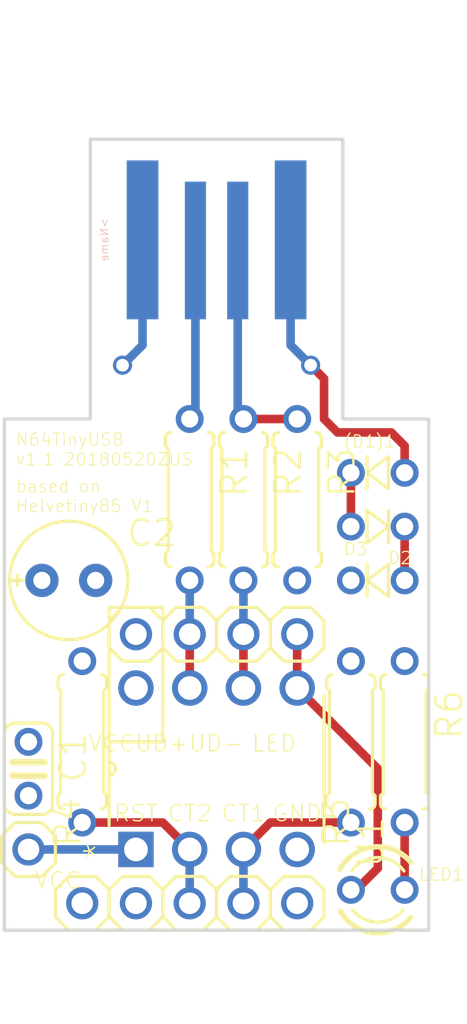
<source format=kicad_pcb>
(kicad_pcb (version 20171130) (host pcbnew 6.0.0-rc1-unknown-7a10feb~66~ubuntu14.04.1)

  (general
    (thickness 1.6)
    (drawings 27)
    (tracks 36)
    (zones 0)
    (modules 24)
    (nets 16)
  )

  (page A4)
  (layers
    (0 Top signal)
    (31 Bottom signal)
    (32 B.Adhes user)
    (33 F.Adhes user)
    (34 B.Paste user)
    (35 F.Paste user)
    (36 B.SilkS user)
    (37 F.SilkS user)
    (38 B.Mask user)
    (39 F.Mask user)
    (40 Dwgs.User user)
    (41 Cmts.User user)
    (42 Eco1.User user)
    (43 Eco2.User user)
    (44 Edge.Cuts user)
    (45 Margin user)
    (46 B.CrtYd user)
    (47 F.CrtYd user)
    (48 B.Fab user)
    (49 F.Fab user)
  )

  (setup
    (last_trace_width 0.25)
    (trace_clearance 0.127)
    (zone_clearance 0.508)
    (zone_45_only no)
    (trace_min 0.2)
    (via_size 0.8)
    (via_drill 0.4)
    (via_min_size 0.4)
    (via_min_drill 0.3)
    (uvia_size 0.3)
    (uvia_drill 0.1)
    (uvias_allowed no)
    (uvia_min_size 0.2)
    (uvia_min_drill 0.1)
    (edge_width 0.05)
    (segment_width 0.2)
    (pcb_text_width 0.3)
    (pcb_text_size 1.5 1.5)
    (mod_edge_width 0.12)
    (mod_text_size 1 1)
    (mod_text_width 0.15)
    (pad_size 1.524 1.524)
    (pad_drill 0.762)
    (pad_to_mask_clearance 0.2)
    (aux_axis_origin 0 0)
    (visible_elements FFFFFF7F)
    (pcbplotparams
      (layerselection 0x010fc_ffffffff)
      (usegerberextensions false)
      (usegerberattributes false)
      (usegerberadvancedattributes false)
      (creategerberjobfile false)
      (excludeedgelayer true)
      (linewidth 0.100000)
      (plotframeref false)
      (viasonmask false)
      (mode 1)
      (useauxorigin false)
      (hpglpennumber 1)
      (hpglpenspeed 20)
      (hpglpendiameter 15.000000)
      (psnegative false)
      (psa4output false)
      (plotreference true)
      (plotvalue true)
      (plotinvisibletext false)
      (padsonsilk false)
      (subtractmaskfromsilk false)
      (outputformat 1)
      (mirror false)
      (drillshape 1)
      (scaleselection 1)
      (outputdirectory ""))
  )

  (net 0 "")
  (net 1 VCC)
  (net 2 GND)
  (net 3 "Net-(CTRL1-Pad1)")
  (net 4 "Net-(CTRL2-Pad1)")
  (net 5 "Net-(JP1-PadUSB_M)")
  (net 6 "Net-(JP1-PadUSB_P)")
  (net 7 "Net-(LED1-PadK)")
  (net 8 "Net-(D2-PadC)")
  (net 9 "Net-(D+1-Pad1)")
  (net 10 "Net-(D-1-Pad1)")
  (net 11 "Net-(LED1-PadA)")
  (net 12 "Net-(RST1-Pad1)")
  (net 13 "Net-((D1)1-PadA)")
  (net 14 "Net-((D1)1-PadC)")
  (net 15 "Net-(DUMMY1-Pad1)")

  (net_class Default "This is the default net class."
    (clearance 0.127)
    (trace_width 0.25)
    (via_dia 0.8)
    (via_drill 0.4)
    (uvia_dia 0.3)
    (uvia_drill 0.1)
    (add_net GND)
    (add_net "Net-((D1)1-PadA)")
    (add_net "Net-((D1)1-PadC)")
    (add_net "Net-(CTRL1-Pad1)")
    (add_net "Net-(CTRL2-Pad1)")
    (add_net "Net-(D+1-Pad1)")
    (add_net "Net-(D-1-Pad1)")
    (add_net "Net-(D2-PadC)")
    (add_net "Net-(DUMMY1-Pad1)")
    (add_net "Net-(JP1-PadUSB_M)")
    (add_net "Net-(JP1-PadUSB_P)")
    (add_net "Net-(LED1-PadA)")
    (add_net "Net-(LED1-PadK)")
    (add_net "Net-(RST1-Pad1)")
    (add_net VCC)
  )

  (module N64TinyUSB_HelveTiny_1.0:0207_7 (layer Top) (tedit 0) (tstamp 5B7BC44F)
    (at 149.7711 103.3526 270)
    (descr "<b>RESISTOR</b><p>\ntype 0207, grid 7.5 mm")
    (path /5B7C4613/1A3A230469FA6FC0)
    (fp_text reference R2 (at -2.54 -1.397 90) (layer F.SilkS)
      (effects (font (size 1.2065 1.2065) (thickness 0.12065)) (justify right top))
    )
    (fp_text value 22/68 (at -2.286 0.5588 270) (layer F.Fab) hide
      (effects (font (size 1.2065 1.2065) (thickness 0.127)) (justify right top))
    )
    (fp_poly (pts (xy 3.175 0.3048) (xy 3.429 0.3048) (xy 3.429 -0.3048) (xy 3.175 -0.3048)) (layer F.Fab) (width 0))
    (fp_poly (pts (xy -3.429 0.3048) (xy -3.175 0.3048) (xy -3.175 -0.3048) (xy -3.429 -0.3048)) (layer F.Fab) (width 0))
    (fp_line (start 3.429 0) (end 3.81 0) (layer F.Fab) (width 0.6096))
    (fp_line (start 3.175 0.889) (end 3.175 -0.889) (layer F.Fab) (width 0.1524))
    (fp_line (start 2.921 1.143) (end 2.54 1.143) (layer F.SilkS) (width 0.1524))
    (fp_line (start 2.921 -1.143) (end 2.54 -1.143) (layer F.SilkS) (width 0.1524))
    (fp_line (start 2.413 1.016) (end -2.413 1.016) (layer F.SilkS) (width 0.1524))
    (fp_line (start 2.413 1.016) (end 2.54 1.143) (layer F.SilkS) (width 0.1524))
    (fp_line (start 2.413 -1.016) (end -2.413 -1.016) (layer F.SilkS) (width 0.1524))
    (fp_line (start 2.413 -1.016) (end 2.54 -1.143) (layer F.SilkS) (width 0.1524))
    (fp_line (start -2.413 1.016) (end -2.54 1.143) (layer F.SilkS) (width 0.1524))
    (fp_line (start -2.921 1.143) (end -2.54 1.143) (layer F.SilkS) (width 0.1524))
    (fp_line (start -2.413 -1.016) (end -2.54 -1.143) (layer F.SilkS) (width 0.1524))
    (fp_line (start -2.921 -1.143) (end -2.54 -1.143) (layer F.SilkS) (width 0.1524))
    (fp_line (start -3.175 0.889) (end -3.175 -0.889) (layer F.Fab) (width 0.1524))
    (fp_arc (start 2.921 -0.889) (end 2.921 -1.143) (angle 90) (layer F.SilkS) (width 0.1524))
    (fp_arc (start 2.921 0.889) (end 2.921 1.143) (angle -90) (layer F.SilkS) (width 0.1524))
    (fp_arc (start -2.921 0.889) (end -3.175 0.889) (angle -90) (layer F.SilkS) (width 0.1524))
    (fp_arc (start -2.921 -0.889) (end -3.175 -0.889) (angle 90) (layer F.SilkS) (width 0.1524))
    (fp_line (start -3.81 0) (end -3.429 0) (layer F.Fab) (width 0.6096))
    (pad 2 thru_hole circle (at 3.81 0 270) (size 1.3208 1.3208) (drill 0.8128) (layers *.Cu *.Mask)
      (net 10 "Net-(D-1-Pad1)") (solder_mask_margin 0.0508))
    (pad 1 thru_hole circle (at -3.81 0 270) (size 1.3208 1.3208) (drill 0.8128) (layers *.Cu *.Mask)
      (net 5 "Net-(JP1-PadUSB_M)") (solder_mask_margin 0.0508))
  )

  (module N64TinyUSB_HelveTiny_1.0:0207_7 (layer Top) (tedit 0) (tstamp 5B7BC468)
    (at 147.2311 103.3526 270)
    (descr "<b>RESISTOR</b><p>\ntype 0207, grid 7.5 mm")
    (path /5B7C4613/2B41801E51FC5D55)
    (fp_text reference R1 (at -2.54 -1.397 90) (layer F.SilkS)
      (effects (font (size 1.2065 1.2065) (thickness 0.12065)) (justify right top))
    )
    (fp_text value 22/68 (at -2.286 0.5588 270) (layer F.Fab) hide
      (effects (font (size 1.2065 1.2065) (thickness 0.127)) (justify right top))
    )
    (fp_poly (pts (xy 3.175 0.3048) (xy 3.429 0.3048) (xy 3.429 -0.3048) (xy 3.175 -0.3048)) (layer F.Fab) (width 0))
    (fp_poly (pts (xy -3.429 0.3048) (xy -3.175 0.3048) (xy -3.175 -0.3048) (xy -3.429 -0.3048)) (layer F.Fab) (width 0))
    (fp_line (start 3.429 0) (end 3.81 0) (layer F.Fab) (width 0.6096))
    (fp_line (start 3.175 0.889) (end 3.175 -0.889) (layer F.Fab) (width 0.1524))
    (fp_line (start 2.921 1.143) (end 2.54 1.143) (layer F.SilkS) (width 0.1524))
    (fp_line (start 2.921 -1.143) (end 2.54 -1.143) (layer F.SilkS) (width 0.1524))
    (fp_line (start 2.413 1.016) (end -2.413 1.016) (layer F.SilkS) (width 0.1524))
    (fp_line (start 2.413 1.016) (end 2.54 1.143) (layer F.SilkS) (width 0.1524))
    (fp_line (start 2.413 -1.016) (end -2.413 -1.016) (layer F.SilkS) (width 0.1524))
    (fp_line (start 2.413 -1.016) (end 2.54 -1.143) (layer F.SilkS) (width 0.1524))
    (fp_line (start -2.413 1.016) (end -2.54 1.143) (layer F.SilkS) (width 0.1524))
    (fp_line (start -2.921 1.143) (end -2.54 1.143) (layer F.SilkS) (width 0.1524))
    (fp_line (start -2.413 -1.016) (end -2.54 -1.143) (layer F.SilkS) (width 0.1524))
    (fp_line (start -2.921 -1.143) (end -2.54 -1.143) (layer F.SilkS) (width 0.1524))
    (fp_line (start -3.175 0.889) (end -3.175 -0.889) (layer F.Fab) (width 0.1524))
    (fp_arc (start 2.921 -0.889) (end 2.921 -1.143) (angle 90) (layer F.SilkS) (width 0.1524))
    (fp_arc (start 2.921 0.889) (end 2.921 1.143) (angle -90) (layer F.SilkS) (width 0.1524))
    (fp_arc (start -2.921 0.889) (end -3.175 0.889) (angle -90) (layer F.SilkS) (width 0.1524))
    (fp_arc (start -2.921 -0.889) (end -3.175 -0.889) (angle 90) (layer F.SilkS) (width 0.1524))
    (fp_line (start -3.81 0) (end -3.429 0) (layer F.Fab) (width 0.6096))
    (pad 2 thru_hole circle (at 3.81 0 270) (size 1.3208 1.3208) (drill 0.8128) (layers *.Cu *.Mask)
      (net 9 "Net-(D+1-Pad1)") (solder_mask_margin 0.0508))
    (pad 1 thru_hole circle (at -3.81 0 270) (size 1.3208 1.3208) (drill 0.8128) (layers *.Cu *.Mask)
      (net 6 "Net-(JP1-PadUSB_P)") (solder_mask_margin 0.0508))
  )

  (module N64TinyUSB_HelveTiny_1.0:DIP254P762X533-8 (layer Top) (tedit 0) (tstamp 5B7BC481)
    (at 152.3111 112.2426 90)
    (path /5B7C4613/B89026D3F9562130)
    (fp_text reference U1 (at -8.5598 4.1656 90) (layer F.SilkS)
      (effects (font (size 1.2065 1.2065) (thickness 0.12065)) (justify left bottom))
    )
    (fp_text value ATTINY85-20PU (at -7.2644 -10.795 90) (layer F.Fab) hide
      (effects (font (size 1.97866 1.97866) (thickness 0.20828)) (justify left bottom))
    )
    (fp_text user * (at -8.2042 -8.7376 90) (layer F.Fab)
      (effects (font (size 1.2065 1.2065) (thickness 0.0762)) (justify left bottom))
    )
    (fp_arc (start -3.81 -8.89) (end -3.5052 -8.89) (angle 180) (layer F.Fab) (width 0))
    (fp_line (start -7.366 -8.89) (end -7.366 1.27) (layer F.Fab) (width 0))
    (fp_line (start -4.1148 -8.89) (end -7.366 -8.89) (layer F.Fab) (width 0))
    (fp_line (start -3.5052 -8.89) (end -4.1148 -8.89) (layer F.Fab) (width 0))
    (fp_line (start -0.254 -8.89) (end -3.5052 -8.89) (layer F.Fab) (width 0))
    (fp_line (start -0.254 1.27) (end -0.254 -8.89) (layer F.Fab) (width 0))
    (fp_line (start -7.366 1.27) (end -0.254 1.27) (layer F.Fab) (width 0))
    (fp_line (start 0.5588 -8.1788) (end -0.254 -8.1788) (layer F.Fab) (width 0))
    (fp_line (start 0.5588 -7.0612) (end 0.5588 -8.1788) (layer F.Fab) (width 0))
    (fp_line (start -0.254 -7.0612) (end 0.5588 -7.0612) (layer F.Fab) (width 0))
    (fp_line (start -0.254 -8.1788) (end -0.254 -7.0612) (layer F.Fab) (width 0))
    (fp_line (start 0.5588 -5.6388) (end -0.254 -5.6388) (layer F.Fab) (width 0))
    (fp_line (start 0.5588 -4.5212) (end 0.5588 -5.6388) (layer F.Fab) (width 0))
    (fp_line (start -0.254 -4.5212) (end 0.5588 -4.5212) (layer F.Fab) (width 0))
    (fp_line (start -0.254 -5.6388) (end -0.254 -4.5212) (layer F.Fab) (width 0))
    (fp_line (start 0.5588 -3.0988) (end -0.254 -3.0988) (layer F.Fab) (width 0))
    (fp_line (start 0.5588 -1.9812) (end 0.5588 -3.0988) (layer F.Fab) (width 0))
    (fp_line (start -0.254 -1.9812) (end 0.5588 -1.9812) (layer F.Fab) (width 0))
    (fp_line (start -0.254 -3.0988) (end -0.254 -1.9812) (layer F.Fab) (width 0))
    (fp_line (start 0.5588 -0.5588) (end -0.254 -0.5588) (layer F.Fab) (width 0))
    (fp_line (start 0.5588 0.5588) (end 0.5588 -0.5588) (layer F.Fab) (width 0))
    (fp_line (start -0.254 0.5588) (end 0.5588 0.5588) (layer F.Fab) (width 0))
    (fp_line (start -0.254 -0.5588) (end -0.254 0.5588) (layer F.Fab) (width 0))
    (fp_line (start -8.1788 0.5588) (end -7.366 0.5588) (layer F.Fab) (width 0))
    (fp_line (start -8.1788 -0.5588) (end -8.1788 0.5588) (layer F.Fab) (width 0))
    (fp_line (start -7.366 -0.5588) (end -8.1788 -0.5588) (layer F.Fab) (width 0))
    (fp_line (start -7.366 0.5588) (end -7.366 -0.5588) (layer F.Fab) (width 0))
    (fp_line (start -8.1788 -1.9812) (end -7.366 -1.9812) (layer F.Fab) (width 0))
    (fp_line (start -8.1788 -3.0988) (end -8.1788 -1.9812) (layer F.Fab) (width 0))
    (fp_line (start -7.366 -3.0988) (end -8.1788 -3.0988) (layer F.Fab) (width 0))
    (fp_line (start -7.366 -1.9812) (end -7.366 -3.0988) (layer F.Fab) (width 0))
    (fp_line (start -8.1788 -4.5212) (end -7.366 -4.5212) (layer F.Fab) (width 0))
    (fp_line (start -8.1788 -5.6388) (end -8.1788 -4.5212) (layer F.Fab) (width 0))
    (fp_line (start -7.366 -5.6388) (end -8.1788 -5.6388) (layer F.Fab) (width 0))
    (fp_line (start -7.366 -4.5212) (end -7.366 -5.6388) (layer F.Fab) (width 0))
    (fp_line (start -8.1788 -7.0612) (end -7.366 -7.0612) (layer F.Fab) (width 0))
    (fp_line (start -8.1788 -8.1788) (end -8.1788 -7.0612) (layer F.Fab) (width 0))
    (fp_line (start -7.366 -8.1788) (end -8.1788 -8.1788) (layer F.Fab) (width 0))
    (fp_line (start -7.366 -7.0612) (end -7.366 -8.1788) (layer F.Fab) (width 0))
    (fp_text user * (at -8.2042 -8.7376 90) (layer F.SilkS)
      (effects (font (size 1.2065 1.2065) (thickness 0.0762)) (justify left bottom))
    )
    (fp_arc (start -3.81 -8.89) (end -3.5052 -8.89) (angle 180) (layer F.SilkS) (width 0.1524))
    (fp_line (start -4.1148 -8.89) (end -6.477 -8.89) (layer F.SilkS) (width 0.1524))
    (fp_line (start -3.5052 -8.89) (end -4.1148 -8.89) (layer F.SilkS) (width 0.1524))
    (fp_line (start -0.3302 -8.89) (end -3.5052 -8.89) (layer F.SilkS) (width 0.1524))
    (fp_line (start -7.2898 1.27) (end -0.3302 1.27) (layer F.SilkS) (width 0.1524))
    (pad 8 thru_hole circle (at 0 -7.62 90) (size 1.6764 1.6764) (drill 1.1176) (layers *.Cu *.Mask)
      (net 1 VCC) (solder_mask_margin 0.0508))
    (pad 7 thru_hole circle (at 0 -5.08 90) (size 1.6764 1.6764) (drill 1.1176) (layers *.Cu *.Mask)
      (net 9 "Net-(D+1-Pad1)") (solder_mask_margin 0.0508))
    (pad 6 thru_hole circle (at 0 -2.54 90) (size 1.6764 1.6764) (drill 1.1176) (layers *.Cu *.Mask)
      (net 10 "Net-(D-1-Pad1)") (solder_mask_margin 0.0508))
    (pad 5 thru_hole circle (at 0 0 90) (size 1.6764 1.6764) (drill 1.1176) (layers *.Cu *.Mask)
      (net 11 "Net-(LED1-PadA)") (solder_mask_margin 0.0508))
    (pad 4 thru_hole circle (at -7.62 0 90) (size 1.6764 1.6764) (drill 1.1176) (layers *.Cu *.Mask)
      (net 2 GND) (solder_mask_margin 0.0508))
    (pad 3 thru_hole circle (at -7.62 -2.54 90) (size 1.6764 1.6764) (drill 1.1176) (layers *.Cu *.Mask)
      (net 3 "Net-(CTRL1-Pad1)") (solder_mask_margin 0.0508))
    (pad 2 thru_hole circle (at -7.62 -5.08 90) (size 1.6764 1.6764) (drill 1.1176) (layers *.Cu *.Mask)
      (net 4 "Net-(CTRL2-Pad1)") (solder_mask_margin 0.0508))
    (pad 1 thru_hole rect (at -7.62 -7.62 90) (size 1.6764 1.6764) (drill 1.1176) (layers *.Cu *.Mask)
      (net 12 "Net-(RST1-Pad1)") (solder_mask_margin 0.0508))
  )

  (module N64TinyUSB_HelveTiny_1.0:USB-A-PCB (layer Bottom) (tedit 0) (tstamp 5B7BC4BA)
    (at 148.5011 91.2876 270)
    (descr "Card-edge USB A connector.\n\nFor boards designed to be plugged directly into a USB slot. If possible, ensure that your PCB is about 2.4mm thick to fit snugly.")
    (path /5B7C4613/848DA6002F430EF2)
    (fp_text reference JP1 (at 0 0 270) (layer B.SilkS) hide
      (effects (font (size 1.27 1.27) (thickness 0.15)) (justify mirror))
    )
    (fp_text value USBPCB (at 0 0 270) (layer B.SilkS) hide
      (effects (font (size 1.27 1.27) (thickness 0.15)) (justify mirror))
    )
    (fp_text user "Card edge" (at -6.35 -3.81 180) (layer Cmts.User)
      (effects (font (size 0.9652 0.9652) (thickness 0.08128)) (justify left bottom))
    )
    (fp_text user >Value (at -1.27 -5.08 270) (layer B.Fab)
      (effects (font (size 0.38608 0.38608) (thickness 0.032512)) (justify left bottom mirror))
    )
    (fp_text user >Name (at -1.27 5.08 270) (layer B.SilkS)
      (effects (font (size 0.38608 0.38608) (thickness 0.032512)) (justify left bottom mirror))
    )
    (fp_line (start -5 -6) (end -5 6) (layer B.Fab) (width 0.127))
    (fp_line (start 3.7 -6) (end -5 -6) (layer B.Fab) (width 0.127))
    (fp_line (start 3.7 6) (end 3.7 -6) (layer B.Fab) (width 0.127))
    (fp_line (start -5 6) (end 3.7 6) (layer B.Fab) (width 0.127))
    (pad GND smd rect (at -0.2 3.5 270) (size 7.5 1.5) (layers Bottom B.Paste B.Mask)
      (net 2 GND) (solder_mask_margin 0.0508))
    (pad USB_P smd rect (at 0.3 1 270) (size 6.5 1) (layers Bottom B.Paste B.Mask)
      (net 6 "Net-(JP1-PadUSB_P)") (solder_mask_margin 0.0508))
    (pad USB_M smd rect (at 0.3 -1 270) (size 6.5 1) (layers Bottom B.Paste B.Mask)
      (net 5 "Net-(JP1-PadUSB_M)") (solder_mask_margin 0.0508))
    (pad 5V smd rect (at -0.2 -3.5 270) (size 7.5 1.5) (layers Bottom B.Paste B.Mask)
      (net 13 "Net-((D1)1-PadA)") (solder_mask_margin 0.0508))
  )

  (module N64TinyUSB_HelveTiny_1.0:0207_7 (layer Top) (tedit 0) (tstamp 5B7BC4C8)
    (at 152.3111 103.3526 270)
    (descr "<b>RESISTOR</b><p>\ntype 0207, grid 7.5 mm")
    (path /5B7C4613/55E4AD597AF41731)
    (fp_text reference R3 (at -2.54 -1.397 90) (layer F.SilkS)
      (effects (font (size 1.2065 1.2065) (thickness 0.12065)) (justify right top))
    )
    (fp_text value 1.5K (at -2.286 0.5588 270) (layer F.Fab) hide
      (effects (font (size 1.2065 1.2065) (thickness 0.127)) (justify right top))
    )
    (fp_poly (pts (xy 3.175 0.3048) (xy 3.429 0.3048) (xy 3.429 -0.3048) (xy 3.175 -0.3048)) (layer F.Fab) (width 0))
    (fp_poly (pts (xy -3.429 0.3048) (xy -3.175 0.3048) (xy -3.175 -0.3048) (xy -3.429 -0.3048)) (layer F.Fab) (width 0))
    (fp_line (start 3.429 0) (end 3.81 0) (layer F.Fab) (width 0.6096))
    (fp_line (start 3.175 0.889) (end 3.175 -0.889) (layer F.Fab) (width 0.1524))
    (fp_line (start 2.921 1.143) (end 2.54 1.143) (layer F.SilkS) (width 0.1524))
    (fp_line (start 2.921 -1.143) (end 2.54 -1.143) (layer F.SilkS) (width 0.1524))
    (fp_line (start 2.413 1.016) (end -2.413 1.016) (layer F.SilkS) (width 0.1524))
    (fp_line (start 2.413 1.016) (end 2.54 1.143) (layer F.SilkS) (width 0.1524))
    (fp_line (start 2.413 -1.016) (end -2.413 -1.016) (layer F.SilkS) (width 0.1524))
    (fp_line (start 2.413 -1.016) (end 2.54 -1.143) (layer F.SilkS) (width 0.1524))
    (fp_line (start -2.413 1.016) (end -2.54 1.143) (layer F.SilkS) (width 0.1524))
    (fp_line (start -2.921 1.143) (end -2.54 1.143) (layer F.SilkS) (width 0.1524))
    (fp_line (start -2.413 -1.016) (end -2.54 -1.143) (layer F.SilkS) (width 0.1524))
    (fp_line (start -2.921 -1.143) (end -2.54 -1.143) (layer F.SilkS) (width 0.1524))
    (fp_line (start -3.175 0.889) (end -3.175 -0.889) (layer F.Fab) (width 0.1524))
    (fp_arc (start 2.921 -0.889) (end 2.921 -1.143) (angle 90) (layer F.SilkS) (width 0.1524))
    (fp_arc (start 2.921 0.889) (end 2.921 1.143) (angle -90) (layer F.SilkS) (width 0.1524))
    (fp_arc (start -2.921 0.889) (end -3.175 0.889) (angle -90) (layer F.SilkS) (width 0.1524))
    (fp_arc (start -2.921 -0.889) (end -3.175 -0.889) (angle 90) (layer F.SilkS) (width 0.1524))
    (fp_line (start -3.81 0) (end -3.429 0) (layer F.Fab) (width 0.6096))
    (pad 2 thru_hole circle (at 3.81 0 270) (size 1.3208 1.3208) (drill 0.8128) (layers *.Cu *.Mask)
      (net 1 VCC) (solder_mask_margin 0.0508))
    (pad 1 thru_hole circle (at -3.81 0 270) (size 1.3208 1.3208) (drill 0.8128) (layers *.Cu *.Mask)
      (net 5 "Net-(JP1-PadUSB_M)") (solder_mask_margin 0.0508))
  )

  (module N64TinyUSB_HelveTiny_1.0:C025-024X044 (layer Top) (tedit 0) (tstamp 5B7BC4E1)
    (at 139.6111 116.0526 270)
    (descr "<b>CAPACITOR</b><p>\ngrid 2.5 mm, outline 2.4 x 4.4 mm")
    (path /5B7C4613/AD8E92FA1D232030)
    (fp_text reference C1 (at -1.778 -1.397 90) (layer F.SilkS)
      (effects (font (size 1.2065 1.2065) (thickness 0.12065)) (justify right top))
    )
    (fp_text value 0.1μF (at -1.778 2.667 90) (layer F.Fab) hide
      (effects (font (size 1.2065 1.2065) (thickness 0.12065)) (justify right top))
    )
    (fp_line (start -1.27 0) (end -0.3048 0) (layer F.Fab) (width 0.1524))
    (fp_line (start 1.27 0) (end 0.3302 0) (layer F.Fab) (width 0.1524))
    (fp_line (start 0.3302 -0.762) (end 0.3302 0.762) (layer F.SilkS) (width 0.3048))
    (fp_line (start -0.3048 -0.762) (end -0.3048 0.762) (layer F.SilkS) (width 0.3048))
    (fp_arc (start 1.651 0.635) (end 1.651 1.143) (angle -90) (layer F.SilkS) (width 0.1524))
    (fp_arc (start 1.651 -0.635) (end 1.651 -1.143) (angle 90) (layer F.SilkS) (width 0.1524))
    (fp_line (start 1.651 1.143) (end -1.651 1.143) (layer F.SilkS) (width 0.1524))
    (fp_line (start 2.159 0.635) (end 2.159 -0.635) (layer F.SilkS) (width 0.1524))
    (fp_line (start 1.651 -1.143) (end -1.651 -1.143) (layer F.SilkS) (width 0.1524))
    (fp_arc (start -1.651 0.635) (end -2.159 0.635) (angle -90) (layer F.SilkS) (width 0.1524))
    (fp_arc (start -1.651 -0.635) (end -2.159 -0.635) (angle 90) (layer F.SilkS) (width 0.1524))
    (fp_line (start -2.159 0.635) (end -2.159 -0.635) (layer F.SilkS) (width 0.1524))
    (pad 2 thru_hole circle (at 1.27 0 270) (size 1.3208 1.3208) (drill 0.8128) (layers *.Cu *.Mask)
      (net 2 GND) (solder_mask_margin 0.0508))
    (pad 1 thru_hole circle (at -1.27 0 270) (size 1.3208 1.3208) (drill 0.8128) (layers *.Cu *.Mask)
      (net 1 VCC) (solder_mask_margin 0.0508))
  )

  (module N64TinyUSB_HelveTiny_1.0:0207_7 (layer Top) (tedit 0) (tstamp 5B7BC4F2)
    (at 154.8511 114.7826 90)
    (descr "<b>RESISTOR</b><p>\ntype 0207, grid 7.5 mm")
    (path /5B7C4613/B0B26D620CA4E244)
    (fp_text reference R5 (at -2.54 -1.397 90) (layer F.SilkS)
      (effects (font (size 1.2065 1.2065) (thickness 0.12065)) (justify right top))
    )
    (fp_text value 1K (at -2.286 0.5588 90) (layer F.Fab)
      (effects (font (size 1.2065 1.2065) (thickness 0.12065)) (justify right top))
    )
    (fp_poly (pts (xy 3.175 0.3048) (xy 3.429 0.3048) (xy 3.429 -0.3048) (xy 3.175 -0.3048)) (layer F.Fab) (width 0))
    (fp_poly (pts (xy -3.429 0.3048) (xy -3.175 0.3048) (xy -3.175 -0.3048) (xy -3.429 -0.3048)) (layer F.Fab) (width 0))
    (fp_line (start 3.429 0) (end 3.81 0) (layer F.Fab) (width 0.6096))
    (fp_line (start 3.175 0.889) (end 3.175 -0.889) (layer F.Fab) (width 0.1524))
    (fp_line (start 2.921 1.143) (end 2.54 1.143) (layer F.SilkS) (width 0.1524))
    (fp_line (start 2.921 -1.143) (end 2.54 -1.143) (layer F.SilkS) (width 0.1524))
    (fp_line (start 2.413 1.016) (end -2.413 1.016) (layer F.SilkS) (width 0.1524))
    (fp_line (start 2.413 1.016) (end 2.54 1.143) (layer F.SilkS) (width 0.1524))
    (fp_line (start 2.413 -1.016) (end -2.413 -1.016) (layer F.SilkS) (width 0.1524))
    (fp_line (start 2.413 -1.016) (end 2.54 -1.143) (layer F.SilkS) (width 0.1524))
    (fp_line (start -2.413 1.016) (end -2.54 1.143) (layer F.SilkS) (width 0.1524))
    (fp_line (start -2.921 1.143) (end -2.54 1.143) (layer F.SilkS) (width 0.1524))
    (fp_line (start -2.413 -1.016) (end -2.54 -1.143) (layer F.SilkS) (width 0.1524))
    (fp_line (start -2.921 -1.143) (end -2.54 -1.143) (layer F.SilkS) (width 0.1524))
    (fp_line (start -3.175 0.889) (end -3.175 -0.889) (layer F.Fab) (width 0.1524))
    (fp_arc (start 2.921 -0.889) (end 2.921 -1.143) (angle 90) (layer F.SilkS) (width 0.1524))
    (fp_arc (start 2.921 0.889) (end 2.921 1.143) (angle -90) (layer F.SilkS) (width 0.1524))
    (fp_arc (start -2.921 0.889) (end -3.175 0.889) (angle -90) (layer F.SilkS) (width 0.1524))
    (fp_arc (start -2.921 -0.889) (end -3.175 -0.889) (angle 90) (layer F.SilkS) (width 0.1524))
    (fp_line (start -3.81 0) (end -3.429 0) (layer F.Fab) (width 0.6096))
    (pad 2 thru_hole circle (at 3.81 0 90) (size 1.3208 1.3208) (drill 0.8128) (layers *.Cu *.Mask)
      (net 1 VCC) (solder_mask_margin 0.0508))
    (pad 1 thru_hole circle (at -3.81 0 90) (size 1.3208 1.3208) (drill 0.8128) (layers *.Cu *.Mask)
      (net 3 "Net-(CTRL1-Pad1)") (solder_mask_margin 0.0508))
  )

  (module N64TinyUSB_HelveTiny_1.0:0207_7 (layer Top) (tedit 0) (tstamp 5B7BC50B)
    (at 142.1511 114.7826 90)
    (descr "<b>RESISTOR</b><p>\ntype 0207, grid 7.5 mm")
    (path /5B7C4613/850A93B931C0BDC)
    (fp_text reference R4 (at -2.54 -1.397 90) (layer F.SilkS)
      (effects (font (size 1.2065 1.2065) (thickness 0.12065)) (justify right top))
    )
    (fp_text value 1K (at -2.286 0.5588 90) (layer F.Fab)
      (effects (font (size 1.2065 1.2065) (thickness 0.12065)) (justify right top))
    )
    (fp_poly (pts (xy 3.175 0.3048) (xy 3.429 0.3048) (xy 3.429 -0.3048) (xy 3.175 -0.3048)) (layer F.Fab) (width 0))
    (fp_poly (pts (xy -3.429 0.3048) (xy -3.175 0.3048) (xy -3.175 -0.3048) (xy -3.429 -0.3048)) (layer F.Fab) (width 0))
    (fp_line (start 3.429 0) (end 3.81 0) (layer F.Fab) (width 0.6096))
    (fp_line (start 3.175 0.889) (end 3.175 -0.889) (layer F.Fab) (width 0.1524))
    (fp_line (start 2.921 1.143) (end 2.54 1.143) (layer F.SilkS) (width 0.1524))
    (fp_line (start 2.921 -1.143) (end 2.54 -1.143) (layer F.SilkS) (width 0.1524))
    (fp_line (start 2.413 1.016) (end -2.413 1.016) (layer F.SilkS) (width 0.1524))
    (fp_line (start 2.413 1.016) (end 2.54 1.143) (layer F.SilkS) (width 0.1524))
    (fp_line (start 2.413 -1.016) (end -2.413 -1.016) (layer F.SilkS) (width 0.1524))
    (fp_line (start 2.413 -1.016) (end 2.54 -1.143) (layer F.SilkS) (width 0.1524))
    (fp_line (start -2.413 1.016) (end -2.54 1.143) (layer F.SilkS) (width 0.1524))
    (fp_line (start -2.921 1.143) (end -2.54 1.143) (layer F.SilkS) (width 0.1524))
    (fp_line (start -2.413 -1.016) (end -2.54 -1.143) (layer F.SilkS) (width 0.1524))
    (fp_line (start -2.921 -1.143) (end -2.54 -1.143) (layer F.SilkS) (width 0.1524))
    (fp_line (start -3.175 0.889) (end -3.175 -0.889) (layer F.Fab) (width 0.1524))
    (fp_arc (start 2.921 -0.889) (end 2.921 -1.143) (angle 90) (layer F.SilkS) (width 0.1524))
    (fp_arc (start 2.921 0.889) (end 2.921 1.143) (angle -90) (layer F.SilkS) (width 0.1524))
    (fp_arc (start -2.921 0.889) (end -3.175 0.889) (angle -90) (layer F.SilkS) (width 0.1524))
    (fp_arc (start -2.921 -0.889) (end -3.175 -0.889) (angle 90) (layer F.SilkS) (width 0.1524))
    (fp_line (start -3.81 0) (end -3.429 0) (layer F.Fab) (width 0.6096))
    (pad 2 thru_hole circle (at 3.81 0 90) (size 1.3208 1.3208) (drill 0.8128) (layers *.Cu *.Mask)
      (net 1 VCC) (solder_mask_margin 0.0508))
    (pad 1 thru_hole circle (at -3.81 0 90) (size 1.3208 1.3208) (drill 0.8128) (layers *.Cu *.Mask)
      (net 4 "Net-(CTRL2-Pad1)") (solder_mask_margin 0.0508))
  )

  (module N64TinyUSB_HelveTiny_1.0:E2,5-6E (layer Top) (tedit 0) (tstamp 5B7BC524)
    (at 141.5161 107.1626)
    (descr "<b>ELECTROLYTIC CAPACITOR</b><p>\ngrid 2.54 mm, diameter 6 mm")
    (path /5B7C4613/635F8A6DFFC7E4B3)
    (fp_text reference C2 (at 2.667 -1.524) (layer F.SilkS)
      (effects (font (size 1.2065 1.2065) (thickness 0.12065)) (justify left bottom))
    )
    (fp_text value 4u7 (at 2.667 2.54) (layer F.Fab)
      (effects (font (size 1.2065 1.2065) (thickness 0.12065)) (justify left bottom))
    )
    (fp_poly (pts (xy 0.254 1.27) (xy 0.762 1.27) (xy 0.762 -1.27) (xy 0.254 -1.27)) (layer F.Fab) (width 0))
    (fp_circle (center 0 0) (end 2.794 0) (layer F.SilkS) (width 0.1524))
    (fp_line (start 0.635 0) (end 1.651 0) (layer F.Fab) (width 0.1524))
    (fp_line (start -0.762 -1.27) (end -0.762 0) (layer F.Fab) (width 0.1524))
    (fp_line (start -0.254 -1.27) (end -0.762 -1.27) (layer F.Fab) (width 0.1524))
    (fp_line (start -0.254 1.27) (end -0.254 -1.27) (layer F.Fab) (width 0.1524))
    (fp_line (start -0.762 1.27) (end -0.254 1.27) (layer F.Fab) (width 0.1524))
    (fp_line (start -0.762 0) (end -0.762 1.27) (layer F.Fab) (width 0.1524))
    (fp_line (start -1.651 0) (end -0.762 0) (layer F.Fab) (width 0.1524))
    (fp_line (start -2.413 0.254) (end -2.413 -0.254) (layer F.SilkS) (width 0.1524))
    (fp_line (start -2.159 0) (end -2.667 0) (layer F.SilkS) (width 0.1524))
    (pad + thru_hole circle (at -1.27 0) (size 1.5748 1.5748) (drill 0.8128) (layers *.Cu *.Mask)
      (net 1 VCC) (solder_mask_margin 0.0508))
    (pad - thru_hole circle (at 1.27 0) (size 1.5748 1.5748) (drill 0.8128) (layers *.Cu *.Mask)
      (net 2 GND) (solder_mask_margin 0.0508))
  )

  (module N64TinyUSB_HelveTiny_1.0:LED3MM (layer Top) (tedit 0) (tstamp 5B7BC534)
    (at 156.1211 121.7676)
    (descr "<B>LED</B><p>\n3 mm, round")
    (path /5B7C4613/602943DB22599287)
    (fp_text reference LED1 (at 1.905 -0.381) (layer F.SilkS)
      (effects (font (size 0.57912 0.57912) (thickness 0.057912)) (justify left bottom))
    )
    (fp_text value red (at 1.905 1.651) (layer F.Fab) hide
      (effects (font (size 1.2065 1.2065) (thickness 0.12065)) (justify left bottom))
    )
    (fp_arc (start 0 0.000083) (end -2.032 0) (angle -31.60822) (layer F.Fab) (width 0.254))
    (fp_arc (start 0 0.000002) (end -2.032 0) (angle 28.301701) (layer F.Fab) (width 0.254))
    (fp_arc (start -0.000056 0) (end -1.7643 1.0082) (angle -60.255215) (layer F.SilkS) (width 0.254))
    (fp_arc (start 0.000037 0) (end 0 2.032) (angle -49.763022) (layer F.SilkS) (width 0.254))
    (fp_arc (start 0.00006 0) (end -1.7929 -0.9562) (angle 61.926949) (layer F.SilkS) (width 0.254))
    (fp_arc (start 0.000012 0) (end 0 -2.032) (angle 50.193108) (layer F.SilkS) (width 0.254))
    (fp_arc (start 0 0) (end 0 1.016) (angle -90) (layer F.Fab) (width 0.1524))
    (fp_arc (start 0 0) (end 0 0.635) (angle -90) (layer F.Fab) (width 0.1524))
    (fp_arc (start 0 0) (end -1.016 0) (angle 90) (layer F.Fab) (width 0.1524))
    (fp_arc (start 0 0) (end -0.635 0) (angle 90) (layer F.Fab) (width 0.1524))
    (fp_arc (start 0.000008 0) (end -1.203 0.9356) (angle -52.126876) (layer F.SilkS) (width 0.1524))
    (fp_arc (start -0.000008 0) (end 0 1.524) (angle -52.126876) (layer F.SilkS) (width 0.1524))
    (fp_arc (start 0 0) (end -1.2192 -0.9144) (angle 53.130102) (layer F.SilkS) (width 0.1524))
    (fp_arc (start -0.000034 0) (end 0 -1.524) (angle 54.461337) (layer F.SilkS) (width 0.1524))
    (fp_arc (start 0 -0.000004) (end 1.1708 0.9756) (angle -39.80361) (layer F.Fab) (width 0.1524))
    (fp_arc (start 0 0.000014) (end 1.1571 -0.9918) (angle 40.601165) (layer F.Fab) (width 0.1524))
    (fp_arc (start 0 0.000063) (end -1.524 0) (angle -41.633208) (layer F.Fab) (width 0.1524))
    (fp_arc (start 0 0.000004) (end -1.524 0) (angle 39.80361) (layer F.Fab) (width 0.1524))
    (fp_line (start 1.5748 1.27) (end 1.5748 -1.27) (layer F.Fab) (width 0.254))
    (pad K thru_hole circle (at 1.27 0) (size 1.3208 1.3208) (drill 0.8128) (layers *.Cu *.Mask)
      (net 7 "Net-(LED1-PadK)") (solder_mask_margin 0.0508))
    (pad A thru_hole circle (at -1.27 0) (size 1.3208 1.3208) (drill 0.8128) (layers *.Cu *.Mask)
      (net 11 "Net-(LED1-PadA)") (solder_mask_margin 0.0508))
  )

  (module N64TinyUSB_HelveTiny_1.0:0207_7 (layer Top) (tedit 0) (tstamp 5B7BC54C)
    (at 157.3911 114.7826 270)
    (descr "<b>RESISTOR</b><p>\ntype 0207, grid 7.5 mm")
    (path /5B7C4613/937CA1AD9D27E019)
    (fp_text reference R6 (at -2.54 -1.397 90) (layer F.SilkS)
      (effects (font (size 1.2065 1.2065) (thickness 0.12065)) (justify right top))
    )
    (fp_text value 1K (at -2.286 0.5588 90) (layer F.Fab)
      (effects (font (size 1.2065 1.2065) (thickness 0.12065)) (justify right top))
    )
    (fp_poly (pts (xy 3.175 0.3048) (xy 3.429 0.3048) (xy 3.429 -0.3048) (xy 3.175 -0.3048)) (layer F.Fab) (width 0))
    (fp_poly (pts (xy -3.429 0.3048) (xy -3.175 0.3048) (xy -3.175 -0.3048) (xy -3.429 -0.3048)) (layer F.Fab) (width 0))
    (fp_line (start 3.429 0) (end 3.81 0) (layer F.Fab) (width 0.6096))
    (fp_line (start 3.175 0.889) (end 3.175 -0.889) (layer F.Fab) (width 0.1524))
    (fp_line (start 2.921 1.143) (end 2.54 1.143) (layer F.SilkS) (width 0.1524))
    (fp_line (start 2.921 -1.143) (end 2.54 -1.143) (layer F.SilkS) (width 0.1524))
    (fp_line (start 2.413 1.016) (end -2.413 1.016) (layer F.SilkS) (width 0.1524))
    (fp_line (start 2.413 1.016) (end 2.54 1.143) (layer F.SilkS) (width 0.1524))
    (fp_line (start 2.413 -1.016) (end -2.413 -1.016) (layer F.SilkS) (width 0.1524))
    (fp_line (start 2.413 -1.016) (end 2.54 -1.143) (layer F.SilkS) (width 0.1524))
    (fp_line (start -2.413 1.016) (end -2.54 1.143) (layer F.SilkS) (width 0.1524))
    (fp_line (start -2.921 1.143) (end -2.54 1.143) (layer F.SilkS) (width 0.1524))
    (fp_line (start -2.413 -1.016) (end -2.54 -1.143) (layer F.SilkS) (width 0.1524))
    (fp_line (start -2.921 -1.143) (end -2.54 -1.143) (layer F.SilkS) (width 0.1524))
    (fp_line (start -3.175 0.889) (end -3.175 -0.889) (layer F.Fab) (width 0.1524))
    (fp_arc (start 2.921 -0.889) (end 2.921 -1.143) (angle 90) (layer F.SilkS) (width 0.1524))
    (fp_arc (start 2.921 0.889) (end 2.921 1.143) (angle -90) (layer F.SilkS) (width 0.1524))
    (fp_arc (start -2.921 0.889) (end -3.175 0.889) (angle -90) (layer F.SilkS) (width 0.1524))
    (fp_arc (start -2.921 -0.889) (end -3.175 -0.889) (angle 90) (layer F.SilkS) (width 0.1524))
    (fp_line (start -3.81 0) (end -3.429 0) (layer F.Fab) (width 0.6096))
    (pad 2 thru_hole circle (at 3.81 0 270) (size 1.3208 1.3208) (drill 0.8128) (layers *.Cu *.Mask)
      (net 7 "Net-(LED1-PadK)") (solder_mask_margin 0.0508))
    (pad 1 thru_hole circle (at -3.81 0 270) (size 1.3208 1.3208) (drill 0.8128) (layers *.Cu *.Mask)
      (net 2 GND) (solder_mask_margin 0.0508))
  )

  (module N64TinyUSB_HelveTiny_1.0:D-2.5 (layer Top) (tedit 0) (tstamp 5B7BC565)
    (at 156.1211 102.0826)
    (descr <b>DIODE</b>)
    (path /5B7C4613/D977520CB9D7B3BC)
    (fp_text reference "(D1)1" (at -1.651 -1.143) (layer F.SilkS)
      (effects (font (size 0.57912 0.57912) (thickness 0.057912)) (justify left bottom))
    )
    (fp_text value 1N4150 (at -1.651 2.413) (layer F.Fab) hide
      (effects (font (size 1.2065 1.2065) (thickness 0.12065)) (justify left bottom))
    )
    (fp_line (start 0.508 0.762) (end 0.508 -0.762) (layer F.SilkS) (width 0.1524))
    (fp_line (start 1.27 0) (end 0.508 0) (layer F.Fab) (width 0.1524))
    (fp_line (start -0.508 0) (end -0.508 0.762) (layer F.SilkS) (width 0.1524))
    (fp_line (start -0.508 0) (end -1.27 0) (layer F.Fab) (width 0.1524))
    (fp_line (start -0.508 -0.762) (end -0.508 0) (layer F.SilkS) (width 0.1524))
    (fp_line (start -0.508 0) (end 0.508 0.762) (layer F.SilkS) (width 0.1524))
    (fp_line (start 0.508 -0.762) (end -0.508 0) (layer F.SilkS) (width 0.1524))
    (pad C thru_hole circle (at -1.27 0) (size 1.3208 1.3208) (drill 0.8128) (layers *.Cu *.Mask)
      (net 14 "Net-((D1)1-PadC)") (solder_mask_margin 0.0508))
    (pad A thru_hole circle (at 1.27 0) (size 1.3208 1.3208) (drill 0.8128) (layers *.Cu *.Mask)
      (net 13 "Net-((D1)1-PadA)") (solder_mask_margin 0.0508))
  )

  (module N64TinyUSB_HelveTiny_1.0:D-2.5 (layer Top) (tedit 0) (tstamp 5B7BC571)
    (at 156.1211 104.6226 180)
    (descr <b>DIODE</b>)
    (path /5B7C4613/5482225C07E489FB)
    (fp_text reference D2 (at -1.651 -1.143) (layer F.SilkS)
      (effects (font (size 0.57912 0.57912) (thickness 0.057912)) (justify right top))
    )
    (fp_text value 1N4150 (at -1.651 2.413) (layer F.Fab) hide
      (effects (font (size 1.2065 1.2065) (thickness 0.12065)) (justify right top))
    )
    (fp_line (start 0.508 0.762) (end 0.508 -0.762) (layer F.SilkS) (width 0.1524))
    (fp_line (start 1.27 0) (end 0.508 0) (layer F.Fab) (width 0.1524))
    (fp_line (start -0.508 0) (end -0.508 0.762) (layer F.SilkS) (width 0.1524))
    (fp_line (start -0.508 0) (end -1.27 0) (layer F.Fab) (width 0.1524))
    (fp_line (start -0.508 -0.762) (end -0.508 0) (layer F.SilkS) (width 0.1524))
    (fp_line (start -0.508 0) (end 0.508 0.762) (layer F.SilkS) (width 0.1524))
    (fp_line (start 0.508 -0.762) (end -0.508 0) (layer F.SilkS) (width 0.1524))
    (pad C thru_hole circle (at -1.27 0 180) (size 1.3208 1.3208) (drill 0.8128) (layers *.Cu *.Mask)
      (net 8 "Net-(D2-PadC)") (solder_mask_margin 0.0508))
    (pad A thru_hole circle (at 1.27 0 180) (size 1.3208 1.3208) (drill 0.8128) (layers *.Cu *.Mask)
      (net 14 "Net-((D1)1-PadC)") (solder_mask_margin 0.0508))
  )

  (module N64TinyUSB_HelveTiny_1.0:D-2.5 (layer Top) (tedit 0) (tstamp 5B7BC57D)
    (at 156.1211 107.1626)
    (descr <b>DIODE</b>)
    (path /5B7C4613/581136921E357842)
    (fp_text reference D3 (at -1.651 -1.143) (layer F.SilkS)
      (effects (font (size 0.57912 0.57912) (thickness 0.057912)) (justify left bottom))
    )
    (fp_text value 1N4150 (at -1.651 2.413) (layer F.Fab) hide
      (effects (font (size 1.2065 1.2065) (thickness 0.12065)) (justify left bottom))
    )
    (fp_line (start 0.508 0.762) (end 0.508 -0.762) (layer F.SilkS) (width 0.1524))
    (fp_line (start 1.27 0) (end 0.508 0) (layer F.Fab) (width 0.1524))
    (fp_line (start -0.508 0) (end -0.508 0.762) (layer F.SilkS) (width 0.1524))
    (fp_line (start -0.508 0) (end -1.27 0) (layer F.Fab) (width 0.1524))
    (fp_line (start -0.508 -0.762) (end -0.508 0) (layer F.SilkS) (width 0.1524))
    (fp_line (start -0.508 0) (end 0.508 0.762) (layer F.SilkS) (width 0.1524))
    (fp_line (start 0.508 -0.762) (end -0.508 0) (layer F.SilkS) (width 0.1524))
    (pad C thru_hole circle (at -1.27 0) (size 1.3208 1.3208) (drill 0.8128) (layers *.Cu *.Mask)
      (net 1 VCC) (solder_mask_margin 0.0508))
    (pad A thru_hole circle (at 1.27 0) (size 1.3208 1.3208) (drill 0.8128) (layers *.Cu *.Mask)
      (net 8 "Net-(D2-PadC)") (solder_mask_margin 0.0508))
  )

  (module N64TinyUSB_HelveTiny_1.0:1X01 (layer Top) (tedit 0) (tstamp 5B7BC589)
    (at 139.6111 119.8626)
    (descr "<b>PIN HEADER</b>")
    (path /5B7C4613/FFEA2C4DBF373189)
    (fp_text reference RST1 (at -1.3462 -1.8288) (layer F.SilkS) hide
      (effects (font (size 1.2065 1.2065) (thickness 0.12065)) (justify left bottom))
    )
    (fp_text value pin1 (at -1.27 3.175) (layer F.Fab) hide
      (effects (font (size 1.2065 1.2065) (thickness 0.09652)) (justify left bottom))
    )
    (fp_poly (pts (xy -0.254 0.254) (xy 0.254 0.254) (xy 0.254 -0.254) (xy -0.254 -0.254)) (layer F.Fab) (width 0))
    (fp_line (start 0.635 1.27) (end -0.635 1.27) (layer F.SilkS) (width 0.1524))
    (fp_line (start -1.27 0.635) (end -0.635 1.27) (layer F.SilkS) (width 0.1524))
    (fp_line (start -0.635 -1.27) (end -1.27 -0.635) (layer F.SilkS) (width 0.1524))
    (fp_line (start -1.27 -0.635) (end -1.27 0.635) (layer F.SilkS) (width 0.1524))
    (fp_line (start 1.27 0.635) (end 0.635 1.27) (layer F.SilkS) (width 0.1524))
    (fp_line (start 1.27 -0.635) (end 1.27 0.635) (layer F.SilkS) (width 0.1524))
    (fp_line (start 0.635 -1.27) (end 1.27 -0.635) (layer F.SilkS) (width 0.1524))
    (fp_line (start -0.635 -1.27) (end 0.635 -1.27) (layer F.SilkS) (width 0.1524))
    (pad 1 thru_hole circle (at 0 0) (size 1.524 1.524) (drill 1.016) (layers *.Cu *.Mask)
      (net 12 "Net-(RST1-Pad1)") (solder_mask_margin 0.0508))
  )

  (module N64TinyUSB_HelveTiny_1.0:1X01 (layer Top) (tedit 0) (tstamp 5B7BC596)
    (at 147.2311 122.4026)
    (descr "<b>PIN HEADER</b>")
    (path /5B7C4613/226686FB36565DD2)
    (fp_text reference CTRL2 (at -1.3462 -1.8288) (layer F.SilkS) hide
      (effects (font (size 1.2065 1.2065) (thickness 0.12065)) (justify left bottom))
    )
    (fp_text value pin2 (at -1.27 3.175) (layer F.Fab) hide
      (effects (font (size 1.2065 1.2065) (thickness 0.09652)) (justify left bottom))
    )
    (fp_poly (pts (xy -0.254 0.254) (xy 0.254 0.254) (xy 0.254 -0.254) (xy -0.254 -0.254)) (layer F.Fab) (width 0))
    (fp_line (start 0.635 1.27) (end -0.635 1.27) (layer F.SilkS) (width 0.1524))
    (fp_line (start -1.27 0.635) (end -0.635 1.27) (layer F.SilkS) (width 0.1524))
    (fp_line (start -0.635 -1.27) (end -1.27 -0.635) (layer F.SilkS) (width 0.1524))
    (fp_line (start -1.27 -0.635) (end -1.27 0.635) (layer F.SilkS) (width 0.1524))
    (fp_line (start 1.27 0.635) (end 0.635 1.27) (layer F.SilkS) (width 0.1524))
    (fp_line (start 1.27 -0.635) (end 1.27 0.635) (layer F.SilkS) (width 0.1524))
    (fp_line (start 0.635 -1.27) (end 1.27 -0.635) (layer F.SilkS) (width 0.1524))
    (fp_line (start -0.635 -1.27) (end 0.635 -1.27) (layer F.SilkS) (width 0.1524))
    (pad 1 thru_hole circle (at 0 0) (size 1.524 1.524) (drill 1.016) (layers *.Cu *.Mask)
      (net 4 "Net-(CTRL2-Pad1)") (solder_mask_margin 0.0508))
  )

  (module N64TinyUSB_HelveTiny_1.0:1X01 (layer Top) (tedit 0) (tstamp 5B7BC5A3)
    (at 149.7711 122.4026)
    (descr "<b>PIN HEADER</b>")
    (path /5B7C4613/91B43C7CF292B11A)
    (fp_text reference CTRL1 (at -1.3462 -1.8288) (layer F.SilkS) hide
      (effects (font (size 1.2065 1.2065) (thickness 0.12065)) (justify left bottom))
    )
    (fp_text value pin3 (at -1.27 3.175) (layer F.Fab) hide
      (effects (font (size 1.2065 1.2065) (thickness 0.09652)) (justify left bottom))
    )
    (fp_poly (pts (xy -0.254 0.254) (xy 0.254 0.254) (xy 0.254 -0.254) (xy -0.254 -0.254)) (layer F.Fab) (width 0))
    (fp_line (start 0.635 1.27) (end -0.635 1.27) (layer F.SilkS) (width 0.1524))
    (fp_line (start -1.27 0.635) (end -0.635 1.27) (layer F.SilkS) (width 0.1524))
    (fp_line (start -0.635 -1.27) (end -1.27 -0.635) (layer F.SilkS) (width 0.1524))
    (fp_line (start -1.27 -0.635) (end -1.27 0.635) (layer F.SilkS) (width 0.1524))
    (fp_line (start 1.27 0.635) (end 0.635 1.27) (layer F.SilkS) (width 0.1524))
    (fp_line (start 1.27 -0.635) (end 1.27 0.635) (layer F.SilkS) (width 0.1524))
    (fp_line (start 0.635 -1.27) (end 1.27 -0.635) (layer F.SilkS) (width 0.1524))
    (fp_line (start -0.635 -1.27) (end 0.635 -1.27) (layer F.SilkS) (width 0.1524))
    (pad 1 thru_hole circle (at 0 0) (size 1.524 1.524) (drill 1.016) (layers *.Cu *.Mask)
      (net 3 "Net-(CTRL1-Pad1)") (solder_mask_margin 0.0508))
  )

  (module N64TinyUSB_HelveTiny_1.0:1X01 (layer Top) (tedit 0) (tstamp 5B7BC5B0)
    (at 152.3111 122.4026)
    (descr "<b>PIN HEADER</b>")
    (path /5B7C4613/A1658005DF276D2E)
    (fp_text reference GND1 (at -1.3462 -1.8288) (layer F.SilkS) hide
      (effects (font (size 1.2065 1.2065) (thickness 0.12065)) (justify left bottom))
    )
    (fp_text value pin4 (at -1.27 3.175) (layer F.Fab) hide
      (effects (font (size 1.2065 1.2065) (thickness 0.09652)) (justify left bottom))
    )
    (fp_poly (pts (xy -0.254 0.254) (xy 0.254 0.254) (xy 0.254 -0.254) (xy -0.254 -0.254)) (layer F.Fab) (width 0))
    (fp_line (start 0.635 1.27) (end -0.635 1.27) (layer F.SilkS) (width 0.1524))
    (fp_line (start -1.27 0.635) (end -0.635 1.27) (layer F.SilkS) (width 0.1524))
    (fp_line (start -0.635 -1.27) (end -1.27 -0.635) (layer F.SilkS) (width 0.1524))
    (fp_line (start -1.27 -0.635) (end -1.27 0.635) (layer F.SilkS) (width 0.1524))
    (fp_line (start 1.27 0.635) (end 0.635 1.27) (layer F.SilkS) (width 0.1524))
    (fp_line (start 1.27 -0.635) (end 1.27 0.635) (layer F.SilkS) (width 0.1524))
    (fp_line (start 0.635 -1.27) (end 1.27 -0.635) (layer F.SilkS) (width 0.1524))
    (fp_line (start -0.635 -1.27) (end 0.635 -1.27) (layer F.SilkS) (width 0.1524))
    (pad 1 thru_hole circle (at 0 0) (size 1.524 1.524) (drill 1.016) (layers *.Cu *.Mask)
      (net 2 GND) (solder_mask_margin 0.0508))
  )

  (module N64TinyUSB_HelveTiny_1.0:1X01 (layer Top) (tedit 0) (tstamp 5B7BC5BD)
    (at 144.6911 109.7026)
    (descr "<b>PIN HEADER</b>")
    (path /5B7C4613/F4CEBA09F21CBD83)
    (fp_text reference VCC1 (at -1.3462 -1.8288) (layer F.SilkS) hide
      (effects (font (size 1.2065 1.2065) (thickness 0.12065)) (justify left bottom))
    )
    (fp_text value pin (at -1.27 3.175) (layer F.Fab) hide
      (effects (font (size 1.2065 1.2065) (thickness 0.09652)) (justify left bottom))
    )
    (fp_poly (pts (xy -0.254 0.254) (xy 0.254 0.254) (xy 0.254 -0.254) (xy -0.254 -0.254)) (layer F.Fab) (width 0))
    (fp_line (start 0.635 1.27) (end -0.635 1.27) (layer F.SilkS) (width 0.1524))
    (fp_line (start -1.27 0.635) (end -0.635 1.27) (layer F.SilkS) (width 0.1524))
    (fp_line (start -0.635 -1.27) (end -1.27 -0.635) (layer F.SilkS) (width 0.1524))
    (fp_line (start -1.27 -0.635) (end -1.27 0.635) (layer F.SilkS) (width 0.1524))
    (fp_line (start 1.27 0.635) (end 0.635 1.27) (layer F.SilkS) (width 0.1524))
    (fp_line (start 1.27 -0.635) (end 1.27 0.635) (layer F.SilkS) (width 0.1524))
    (fp_line (start 0.635 -1.27) (end 1.27 -0.635) (layer F.SilkS) (width 0.1524))
    (fp_line (start -0.635 -1.27) (end 0.635 -1.27) (layer F.SilkS) (width 0.1524))
    (pad 1 thru_hole circle (at 0 0) (size 1.524 1.524) (drill 1.016) (layers *.Cu *.Mask)
      (net 1 VCC) (solder_mask_margin 0.0508))
  )

  (module N64TinyUSB_HelveTiny_1.0:1X01 (layer Top) (tedit 0) (tstamp 5B7BC5CA)
    (at 142.1511 122.4026)
    (descr "<b>PIN HEADER</b>")
    (path /5B7C4613/D30579B6B49400E2)
    (fp_text reference VCC2 (at -1.3462 -1.8288) (layer F.SilkS) hide
      (effects (font (size 1.2065 1.2065) (thickness 0.12065)) (justify left bottom))
    )
    (fp_text value pin (at -1.27 3.175) (layer F.Fab) hide
      (effects (font (size 1.2065 1.2065) (thickness 0.09652)) (justify left bottom))
    )
    (fp_poly (pts (xy -0.254 0.254) (xy 0.254 0.254) (xy 0.254 -0.254) (xy -0.254 -0.254)) (layer F.Fab) (width 0))
    (fp_line (start 0.635 1.27) (end -0.635 1.27) (layer F.SilkS) (width 0.1524))
    (fp_line (start -1.27 0.635) (end -0.635 1.27) (layer F.SilkS) (width 0.1524))
    (fp_line (start -0.635 -1.27) (end -1.27 -0.635) (layer F.SilkS) (width 0.1524))
    (fp_line (start -1.27 -0.635) (end -1.27 0.635) (layer F.SilkS) (width 0.1524))
    (fp_line (start 1.27 0.635) (end 0.635 1.27) (layer F.SilkS) (width 0.1524))
    (fp_line (start 1.27 -0.635) (end 1.27 0.635) (layer F.SilkS) (width 0.1524))
    (fp_line (start 0.635 -1.27) (end 1.27 -0.635) (layer F.SilkS) (width 0.1524))
    (fp_line (start -0.635 -1.27) (end 0.635 -1.27) (layer F.SilkS) (width 0.1524))
    (pad 1 thru_hole circle (at 0 0) (size 1.524 1.524) (drill 1.016) (layers *.Cu *.Mask)
      (net 1 VCC) (solder_mask_margin 0.0508))
  )

  (module N64TinyUSB_HelveTiny_1.0:1X01 (layer Top) (tedit 0) (tstamp 5B7BC5D7)
    (at 152.3111 109.7026)
    (descr "<b>PIN HEADER</b>")
    (path /5B7C4613/1E81D3D726F1ADD7)
    (fp_text reference LED2 (at -1.3462 -1.8288) (layer F.SilkS) hide
      (effects (font (size 1.2065 1.2065) (thickness 0.12065)) (justify left bottom))
    )
    (fp_text value pin5 (at -1.27 3.175) (layer F.Fab) hide
      (effects (font (size 1.2065 1.2065) (thickness 0.09652)) (justify left bottom))
    )
    (fp_poly (pts (xy -0.254 0.254) (xy 0.254 0.254) (xy 0.254 -0.254) (xy -0.254 -0.254)) (layer F.Fab) (width 0))
    (fp_line (start 0.635 1.27) (end -0.635 1.27) (layer F.SilkS) (width 0.1524))
    (fp_line (start -1.27 0.635) (end -0.635 1.27) (layer F.SilkS) (width 0.1524))
    (fp_line (start -0.635 -1.27) (end -1.27 -0.635) (layer F.SilkS) (width 0.1524))
    (fp_line (start -1.27 -0.635) (end -1.27 0.635) (layer F.SilkS) (width 0.1524))
    (fp_line (start 1.27 0.635) (end 0.635 1.27) (layer F.SilkS) (width 0.1524))
    (fp_line (start 1.27 -0.635) (end 1.27 0.635) (layer F.SilkS) (width 0.1524))
    (fp_line (start 0.635 -1.27) (end 1.27 -0.635) (layer F.SilkS) (width 0.1524))
    (fp_line (start -0.635 -1.27) (end 0.635 -1.27) (layer F.SilkS) (width 0.1524))
    (pad 1 thru_hole circle (at 0 0) (size 1.524 1.524) (drill 1.016) (layers *.Cu *.Mask)
      (net 11 "Net-(LED1-PadA)") (solder_mask_margin 0.0508))
  )

  (module N64TinyUSB_HelveTiny_1.0:1X01 (layer Top) (tedit 0) (tstamp 5B7BC5E4)
    (at 149.7711 109.7026)
    (descr "<b>PIN HEADER</b>")
    (path /5B7C4613/74F6CA74F3099103)
    (fp_text reference D-1 (at -1.3462 -1.8288) (layer F.SilkS) hide
      (effects (font (size 1.2065 1.2065) (thickness 0.12065)) (justify left bottom))
    )
    (fp_text value pin6 (at -1.27 3.175) (layer F.Fab) hide
      (effects (font (size 1.2065 1.2065) (thickness 0.09652)) (justify left bottom))
    )
    (fp_poly (pts (xy -0.254 0.254) (xy 0.254 0.254) (xy 0.254 -0.254) (xy -0.254 -0.254)) (layer F.Fab) (width 0))
    (fp_line (start 0.635 1.27) (end -0.635 1.27) (layer F.SilkS) (width 0.1524))
    (fp_line (start -1.27 0.635) (end -0.635 1.27) (layer F.SilkS) (width 0.1524))
    (fp_line (start -0.635 -1.27) (end -1.27 -0.635) (layer F.SilkS) (width 0.1524))
    (fp_line (start -1.27 -0.635) (end -1.27 0.635) (layer F.SilkS) (width 0.1524))
    (fp_line (start 1.27 0.635) (end 0.635 1.27) (layer F.SilkS) (width 0.1524))
    (fp_line (start 1.27 -0.635) (end 1.27 0.635) (layer F.SilkS) (width 0.1524))
    (fp_line (start 0.635 -1.27) (end 1.27 -0.635) (layer F.SilkS) (width 0.1524))
    (fp_line (start -0.635 -1.27) (end 0.635 -1.27) (layer F.SilkS) (width 0.1524))
    (pad 1 thru_hole circle (at 0 0) (size 1.524 1.524) (drill 1.016) (layers *.Cu *.Mask)
      (net 10 "Net-(D-1-Pad1)") (solder_mask_margin 0.0508))
  )

  (module N64TinyUSB_HelveTiny_1.0:1X01 (layer Top) (tedit 0) (tstamp 5B7BC5F1)
    (at 147.2311 109.7026)
    (descr "<b>PIN HEADER</b>")
    (path /5B7C4613/8DE96CA814C45CF)
    (fp_text reference D+1 (at -1.3462 -1.8288) (layer F.SilkS) hide
      (effects (font (size 1.2065 1.2065) (thickness 0.12065)) (justify left bottom))
    )
    (fp_text value pin7 (at -1.27 3.175) (layer F.Fab) hide
      (effects (font (size 1.2065 1.2065) (thickness 0.09652)) (justify left bottom))
    )
    (fp_poly (pts (xy -0.254 0.254) (xy 0.254 0.254) (xy 0.254 -0.254) (xy -0.254 -0.254)) (layer F.Fab) (width 0))
    (fp_line (start 0.635 1.27) (end -0.635 1.27) (layer F.SilkS) (width 0.1524))
    (fp_line (start -1.27 0.635) (end -0.635 1.27) (layer F.SilkS) (width 0.1524))
    (fp_line (start -0.635 -1.27) (end -1.27 -0.635) (layer F.SilkS) (width 0.1524))
    (fp_line (start -1.27 -0.635) (end -1.27 0.635) (layer F.SilkS) (width 0.1524))
    (fp_line (start 1.27 0.635) (end 0.635 1.27) (layer F.SilkS) (width 0.1524))
    (fp_line (start 1.27 -0.635) (end 1.27 0.635) (layer F.SilkS) (width 0.1524))
    (fp_line (start 0.635 -1.27) (end 1.27 -0.635) (layer F.SilkS) (width 0.1524))
    (fp_line (start -0.635 -1.27) (end 0.635 -1.27) (layer F.SilkS) (width 0.1524))
    (pad 1 thru_hole circle (at 0 0) (size 1.524 1.524) (drill 1.016) (layers *.Cu *.Mask)
      (net 9 "Net-(D+1-Pad1)") (solder_mask_margin 0.0508))
  )

  (module N64TinyUSB_HelveTiny_1.0:1X01 (layer Top) (tedit 0) (tstamp 5B7BC5FE)
    (at 144.6911 122.4026)
    (descr "<b>PIN HEADER</b>")
    (path /5B7C4613/C95F3B725EB42AFB)
    (fp_text reference DUMMY1 (at -1.3462 -1.8288) (layer F.SilkS) hide
      (effects (font (size 1.2065 1.2065) (thickness 0.12065)) (justify left bottom))
    )
    (fp_text value pin (at -1.27 3.175) (layer F.Fab) hide
      (effects (font (size 1.2065 1.2065) (thickness 0.09652)) (justify left bottom))
    )
    (fp_poly (pts (xy -0.254 0.254) (xy 0.254 0.254) (xy 0.254 -0.254) (xy -0.254 -0.254)) (layer F.Fab) (width 0))
    (fp_line (start 0.635 1.27) (end -0.635 1.27) (layer F.SilkS) (width 0.1524))
    (fp_line (start -1.27 0.635) (end -0.635 1.27) (layer F.SilkS) (width 0.1524))
    (fp_line (start -0.635 -1.27) (end -1.27 -0.635) (layer F.SilkS) (width 0.1524))
    (fp_line (start -1.27 -0.635) (end -1.27 0.635) (layer F.SilkS) (width 0.1524))
    (fp_line (start 1.27 0.635) (end 0.635 1.27) (layer F.SilkS) (width 0.1524))
    (fp_line (start 1.27 -0.635) (end 1.27 0.635) (layer F.SilkS) (width 0.1524))
    (fp_line (start 0.635 -1.27) (end 1.27 -0.635) (layer F.SilkS) (width 0.1524))
    (fp_line (start -0.635 -1.27) (end 0.635 -1.27) (layer F.SilkS) (width 0.1524))
    (pad 1 thru_hole circle (at 0 0) (size 1.524 1.524) (drill 1.016) (layers *.Cu *.Mask)
      (net 15 "Net-(DUMMY1-Pad1)") (solder_mask_margin 0.0508))
  )

  (gr_line (start 138.4681 123.6726) (end 158.5341 123.6726) (layer Edge.Cuts) (width 0.15) (tstamp 467CD40))
  (gr_line (start 138.4681 99.5526) (end 138.4681 123.6726) (layer Edge.Cuts) (width 0.15) (tstamp 3CFBB70))
  (gr_line (start 142.5321 99.5426) (end 142.5321 86.3346) (layer Edge.Cuts) (width 0.15) (tstamp 3CFC0A0))
  (gr_line (start 142.5321 86.3346) (end 154.4701 86.3346) (layer Edge.Cuts) (width 0.15) (tstamp 3CFC5D0))
  (gr_line (start 154.4701 86.3346) (end 154.4701 99.5426) (layer Edge.Cuts) (width 0.15) (tstamp 3CFCB00))
  (gr_line (start 154.4701 99.5426) (end 158.5341 99.5426) (layer Edge.Cuts) (width 0.15) (tstamp 437C900))
  (gr_text "N64TinyUSB\nv1.1 20180520ZUS" (at 138.9761 100.1776) (layer F.SilkS) (tstamp 437CEE0)
    (effects (font (size 0.57912 0.57912) (thickness 0.048768)) (justify left top))
  )
  (gr_text VCC (at 144.6911 114.4016) (layer F.SilkS) (tstamp 437D5B0)
    (effects (font (size 0.77216 0.77216) (thickness 0.065024)) (justify right top))
  )
  (gr_text RST (at 144.6911 117.7036) (layer F.SilkS) (tstamp 437DCD0)
    (effects (font (size 0.77216 0.77216) (thickness 0.065024)) (justify top))
  )
  (gr_text CT2 (at 147.2311 117.7036) (layer F.SilkS) (tstamp 42E4B70)
    (effects (font (size 0.77216 0.77216) (thickness 0.065024)) (justify top))
  )
  (gr_text CT1 (at 149.7711 117.7036) (layer F.SilkS) (tstamp 42E51A0)
    (effects (font (size 0.77216 0.77216) (thickness 0.065024)) (justify top))
  )
  (gr_text GND (at 152.3111 117.7036) (layer F.SilkS) (tstamp 42E57D0)
    (effects (font (size 0.77216 0.77216) (thickness 0.065024)) (justify top))
  )
  (gr_text UD+ (at 147.2311 114.4016) (layer F.SilkS) (tstamp 42E5E00)
    (effects (font (size 0.77216 0.77216) (thickness 0.065024)) (justify right top))
  )
  (gr_text UD- (at 149.7711 114.4016) (layer F.SilkS) (tstamp 4771940)
    (effects (font (size 0.77216 0.77216) (thickness 0.065024)) (justify right top))
  )
  (gr_text LED (at 152.3111 114.4016) (layer F.SilkS) (tstamp 4771F80)
    (effects (font (size 0.77216 0.77216) (thickness 0.065024)) (justify right top))
  )
  (gr_line (start 158.5341 99.5426) (end 158.5341 123.6726) (layer Edge.Cuts) (width 0.15) (tstamp 47725C0))
  (gr_line (start 138.4681 99.5426) (end 142.5321 99.5426) (layer Edge.Cuts) (width 0.15) (tstamp 4772AF0))
  (gr_text VCC (at 142.1511 120.8786) (layer F.SilkS) (tstamp 46FD030)
    (effects (font (size 0.77216 0.77216) (thickness 0.065024)) (justify right top))
  )
  (gr_line (start 145.9611 108.4326) (end 145.9611 114.7826) (layer F.SilkS) (width 0.15) (tstamp 46FD670))
  (gr_line (start 145.9611 114.7826) (end 143.4211 114.7826) (layer F.SilkS) (width 0.15) (tstamp 46FDBB0))
  (gr_line (start 143.4211 114.7826) (end 143.4211 108.4326) (layer F.SilkS) (width 0.15) (tstamp 46FE0F0))
  (gr_line (start 143.4211 108.4326) (end 145.9611 108.4326) (layer F.SilkS) (width 0.15) (tstamp 38C4250))
  (dimension 20.066 (width 0.1) (layer F.Fab)
    (gr_text "20.066 mm" (at 148.5011 128.7326) (layer F.Fab)
      (effects (font (size 1 1) (thickness 0.15)))
    )
    (feature1 (pts (xy 158.5341 123.6726) (xy 158.5341 128.069021)))
    (feature2 (pts (xy 138.4681 123.6726) (xy 138.4681 128.069021)))
    (crossbar (pts (xy 138.4681 127.4826) (xy 158.5341 127.4826)))
    (arrow1a (pts (xy 158.5341 127.4826) (xy 157.407596 128.069021)))
    (arrow1b (pts (xy 158.5341 127.4826) (xy 157.407596 126.896179)))
    (arrow2a (pts (xy 138.4681 127.4826) (xy 139.594604 128.069021)))
    (arrow2b (pts (xy 138.4681 127.4826) (xy 139.594604 126.896179)))
  )
  (dimension 24.13 (width 0.1) (layer F.Fab)
    (gr_text "24.130 mm" (at 152.7121 111.6076 270) (layer F.Fab)
      (effects (font (size 1 1) (thickness 0.15)))
    )
    (feature1 (pts (xy 158.5341 123.6726) (xy 153.375679 123.6726)))
    (feature2 (pts (xy 158.5341 99.5426) (xy 153.375679 99.5426)))
    (crossbar (pts (xy 153.9621 99.5426) (xy 153.9621 123.6726)))
    (arrow1a (pts (xy 153.9621 123.6726) (xy 153.375679 122.546096)))
    (arrow1b (pts (xy 153.9621 123.6726) (xy 154.548521 122.546096)))
    (arrow2a (pts (xy 153.9621 99.5426) (xy 153.375679 100.669104)))
    (arrow2b (pts (xy 153.9621 99.5426) (xy 154.548521 100.669104)))
  )
  (dimension 13.208 (width 0.1) (layer F.Fab)
    (gr_text "13.208 mm" (at 144.5841 92.9386 270) (layer F.Fab)
      (effects (font (size 1 1) (thickness 0.15)))
    )
    (feature1 (pts (xy 154.4701 99.5426) (xy 145.247679 99.5426)))
    (feature2 (pts (xy 154.4701 86.3346) (xy 145.247679 86.3346)))
    (crossbar (pts (xy 145.8341 86.3346) (xy 145.8341 99.5426)))
    (arrow1a (pts (xy 145.8341 99.5426) (xy 145.247679 98.416096)))
    (arrow1b (pts (xy 145.8341 99.5426) (xy 146.420521 98.416096)))
    (arrow2a (pts (xy 145.8341 86.3346) (xy 145.247679 87.461104)))
    (arrow2b (pts (xy 145.8341 86.3346) (xy 146.420521 87.461104)))
  )
  (dimension 11.938 (width 0.1) (layer F.Fab)
    (gr_text "11.938 mm" (at 148.5011 80.5126) (layer F.Fab)
      (effects (font (size 1 1) (thickness 0.15)))
    )
    (feature1 (pts (xy 154.4701 86.3346) (xy 154.4701 81.176179)))
    (feature2 (pts (xy 142.5321 86.3346) (xy 142.5321 81.176179)))
    (crossbar (pts (xy 142.5321 81.7626) (xy 154.4701 81.7626)))
    (arrow1a (pts (xy 154.4701 81.7626) (xy 153.343596 82.349021)))
    (arrow1b (pts (xy 154.4701 81.7626) (xy 153.343596 81.176179)))
    (arrow2a (pts (xy 142.5321 81.7626) (xy 143.658604 82.349021)))
    (arrow2b (pts (xy 142.5321 81.7626) (xy 143.658604 81.176179)))
  )
  (gr_text "based on\nHelvetiny85 V1" (at 138.9761 103.9876) (layer F.SilkS) (tstamp 4929F70)
    (effects (font (size 0.57912 0.57912) (thickness 0.048768)) (justify left bottom))
  )

  (segment (start 142.1511 118.5926) (end 145.9611 118.5926) (width 0.4064) (layer Top) (net 4) (tstamp 45CCCD0))
  (segment (start 145.9611 118.5926) (end 147.2311 119.8626) (width 0.4064) (layer Top) (net 4) (tstamp 45CD210))
  (segment (start 147.2311 122.4026) (end 147.2311 119.8626) (width 0.4064) (layer Bottom) (net 4) (tstamp 4186F10))
  (segment (start 154.8511 118.5926) (end 151.0411 118.5926) (width 0.4064) (layer Top) (net 3) (tstamp 41879E0))
  (segment (start 151.0411 118.5926) (end 149.7711 119.8626) (width 0.4064) (layer Top) (net 3) (tstamp 4187F20))
  (segment (start 149.7711 122.4026) (end 149.7711 119.8626) (width 0.4064) (layer Bottom) (net 3) (tstamp 41886A0))
  (segment (start 152.3111 99.5426) (end 149.7711 99.5426) (width 0.4064) (layer Top) (net 5) (tstamp 48695E0))
  (segment (start 149.5011 91.5876) (end 149.5011 99.2726) (width 0.4064) (layer Bottom) (net 5) (tstamp 4869B20))
  (segment (start 149.5011 99.2726) (end 149.7711 99.5426) (width 0.4064) (layer Bottom) (net 5) (tstamp 486A060))
  (segment (start 147.5011 91.5876) (end 147.5011 99.2726) (width 0.4064) (layer Bottom) (net 6) (tstamp 4314380))
  (segment (start 147.5011 99.2726) (end 147.2311 99.5426) (width 0.4064) (layer Bottom) (net 6) (tstamp 43148C0))
  (via (at 144.0561 97.0026) (size 0.9048) (drill 0.6) (layers Top Bottom) (net 2) (tstamp 45C8BA0))
  (segment (start 145.0011 91.0876) (end 145.0011 96.0576) (width 0.4064) (layer Bottom) (net 2) (tstamp 45C91C0))
  (segment (start 145.0011 96.0576) (end 144.0561 97.0026) (width 0.4064) (layer Bottom) (net 2) (tstamp 45C9700))
  (segment (start 139.6111 119.8626) (end 144.6911 119.8626) (width 0.4064) (layer Bottom) (net 12) (tstamp 2F93860))
  (segment (start 154.8511 121.7676) (end 155.1051 121.7676) (width 0.4064) (layer Top) (net 11) (tstamp 2F94380))
  (segment (start 155.1051 121.7676) (end 156.1211 120.7516) (width 0.4064) (layer Top) (net 11) (tstamp 2F948C0))
  (segment (start 156.1211 120.7516) (end 156.1211 116.0526) (width 0.4064) (layer Top) (net 11) (tstamp 35334B0))
  (segment (start 156.1211 116.0526) (end 152.3111 112.2426) (width 0.4064) (layer Top) (net 11) (tstamp 35339B0))
  (segment (start 152.3111 109.7026) (end 152.3111 112.2426) (width 0.4064) (layer Top) (net 11) (tstamp 3534120))
  (segment (start 149.7711 107.1626) (end 149.7711 109.7026) (width 0.4064) (layer Bottom) (net 10) (tstamp 3534E60))
  (segment (start 149.7711 109.7026) (end 149.7711 112.2426) (width 0.4064) (layer Top) (net 10) (tstamp 3E4D9D0))
  (segment (start 147.2311 107.1626) (end 147.2311 109.7026) (width 0.4064) (layer Bottom) (net 9) (tstamp 3E4E710))
  (segment (start 147.2311 109.7026) (end 147.2311 112.2426) (width 0.4064) (layer Top) (net 9) (tstamp 3E4EC50))
  (via (at 152.9461 97.0026) (size 0.9048) (drill 0.6) (layers Top Bottom) (net 13) (tstamp 440C3F0))
  (segment (start 152.0011 91.0876) (end 152.0011 96.0576) (width 0.4064) (layer Bottom) (net 13) (tstamp 440C7E0))
  (segment (start 152.0011 96.0576) (end 152.9461 97.0026) (width 0.4064) (layer Bottom) (net 13) (tstamp 440CD20))
  (segment (start 152.9461 97.0026) (end 153.5811 97.6376) (width 0.4064) (layer Top) (net 13) (tstamp 440D260))
  (segment (start 153.5811 97.6376) (end 153.5811 99.5426) (width 0.4064) (layer Top) (net 13) (tstamp 440D7A0))
  (segment (start 153.5811 99.5426) (end 154.2161 100.1776) (width 0.4064) (layer Top) (net 13) (tstamp 440DCE0))
  (segment (start 154.2161 100.1776) (end 156.7561 100.1776) (width 0.4064) (layer Top) (net 13) (tstamp 46158E0))
  (segment (start 156.7561 100.1776) (end 157.3911 100.8126) (width 0.4064) (layer Top) (net 13) (tstamp 4615E20))
  (segment (start 157.3911 100.8126) (end 157.3911 102.0826) (width 0.4064) (layer Top) (net 13) (tstamp 4616360))
  (segment (start 157.3911 118.5926) (end 157.3911 121.7676) (width 0.4064) (layer Top) (net 7) (tstamp 4616E90))
  (segment (start 154.8511 102.0826) (end 154.8511 104.6226) (width 0.4064) (layer Top) (net 14) (tstamp 2FD18D0))
  (segment (start 157.3911 104.6226) (end 157.3911 107.1626) (width 0.4064) (layer Top) (net 8) (tstamp 2FD23F0))

  (zone (net 1) (net_name VCC) (layer Top) (tstamp 3822590) (hatch edge 0.508)
    (priority 6)
    (connect_pads (clearance 0))
    (min_thickness 0.127)
    (fill (arc_segments 32) (thermal_gap 0.177) (thermal_bridge_width 0.177))
    (polygon
      (pts
        (xy 142.7861 95.7326) (xy 154.2161 95.7326) (xy 154.2161 99.5426) (xy 158.5341 99.5426) (xy 158.5341 123.6726)
        (xy 138.4681 123.6726) (xy 138.4681 99.5426) (xy 142.7861 99.5426)
      )
    )
  )
  (zone (net 2) (net_name GND) (layer Bottom) (tstamp 4315600) (hatch edge 0.508)
    (priority 6)
    (connect_pads (clearance 0))
    (min_thickness 0.127)
    (fill (arc_segments 32) (thermal_gap 0.177) (thermal_bridge_width 0.177))
    (polygon
      (pts
        (xy 142.7861 95.7326) (xy 154.2161 95.7326) (xy 154.2161 99.5426) (xy 158.5341 99.5426) (xy 158.5341 123.6726)
        (xy 138.4681 123.6726) (xy 138.4681 99.5426) (xy 142.7861 99.5426)
      )
    )
  )
)

</source>
